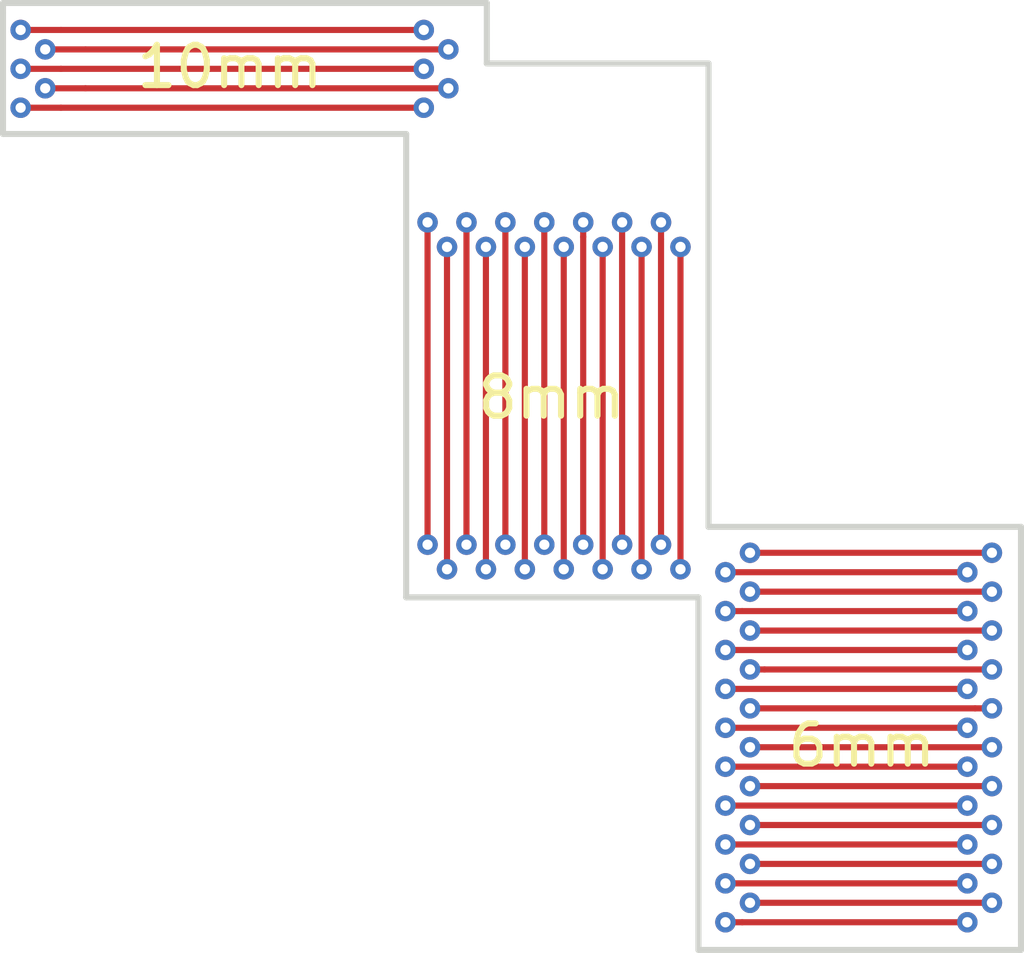
<source format=kicad_pcb>
(kicad_pcb (version 20171130) (host pcbnew "(5.1.0)-1")

  (general
    (thickness 1.6)
    (drawings 16)
    (tracks 50)
    (zones 0)
    (modules 6)
    (nets 40)
  )

  (page A4)
  (layers
    (0 F.Cu signal)
    (31 B.Cu signal)
    (32 B.Adhes user)
    (33 F.Adhes user)
    (34 B.Paste user)
    (35 F.Paste user)
    (36 B.SilkS user)
    (37 F.SilkS user)
    (38 B.Mask user)
    (39 F.Mask user)
    (40 Dwgs.User user)
    (41 Cmts.User user)
    (42 Eco1.User user)
    (43 Eco2.User user)
    (44 Edge.Cuts user)
    (45 Margin user)
    (46 B.CrtYd user hide)
    (47 F.CrtYd user hide)
    (48 B.Fab user hide)
    (49 F.Fab user hide)
  )

  (setup
    (last_trace_width 0.3048)
    (user_trace_width 0.1524)
    (user_trace_width 0.2032)
    (user_trace_width 0.254)
    (user_trace_width 0.3048)
    (user_trace_width 0.381)
    (trace_clearance 0.127)
    (zone_clearance 0.508)
    (zone_45_only no)
    (trace_min 0.1524)
    (via_size 0.508)
    (via_drill 0.254)
    (via_min_size 0.508)
    (via_min_drill 0.254)
    (uvia_size 0.3)
    (uvia_drill 0.1)
    (uvias_allowed no)
    (uvia_min_size 0.2)
    (uvia_min_drill 0.1)
    (edge_width 0.15)
    (segment_width 0.2)
    (pcb_text_width 0.3)
    (pcb_text_size 1.5 1.5)
    (mod_edge_width 0.15)
    (mod_text_size 1 1)
    (mod_text_width 0.15)
    (pad_size 1.524 1.524)
    (pad_drill 0.762)
    (pad_to_mask_clearance 0.051)
    (solder_mask_min_width 0.25)
    (aux_axis_origin 0 0)
    (visible_elements 7FFFFFFF)
    (pcbplotparams
      (layerselection 0x010fc_ffffffff)
      (usegerberextensions false)
      (usegerberattributes false)
      (usegerberadvancedattributes false)
      (creategerberjobfile false)
      (excludeedgelayer true)
      (linewidth 0.100000)
      (plotframeref false)
      (viasonmask false)
      (mode 1)
      (useauxorigin false)
      (hpglpennumber 1)
      (hpglpenspeed 20)
      (hpglpendiameter 15.000000)
      (psnegative false)
      (psa4output false)
      (plotreference true)
      (plotvalue true)
      (plotinvisibletext false)
      (padsonsilk false)
      (subtractmaskfromsilk false)
      (outputformat 1)
      (mirror false)
      (drillshape 1)
      (scaleselection 1)
      (outputdirectory ""))
  )

  (net 0 "")
  (net 1 "Net-(J1-Pad1)")
  (net 2 "Net-(J1-Pad2)")
  (net 3 "Net-(J1-Pad3)")
  (net 4 "Net-(J1-Pad4)")
  (net 5 "Net-(J1-Pad5)")
  (net 6 "Net-(J1-Pad6)")
  (net 7 "Net-(J1-Pad7)")
  (net 8 "Net-(J1-Pad8)")
  (net 9 "Net-(J1-Pad9)")
  (net 10 "Net-(J1-Pad10)")
  (net 11 "Net-(J1-Pad11)")
  (net 12 "Net-(J1-Pad12)")
  (net 13 "Net-(J1-Pad13)")
  (net 14 "Net-(J1-Pad14)")
  (net 15 "Net-(J1-Pad15)")
  (net 16 "Net-(J1-Pad16)")
  (net 17 "Net-(J1-Pad17)")
  (net 18 "Net-(J1-Pad18)")
  (net 19 "Net-(J1-Pad19)")
  (net 20 "Net-(J1-Pad20)")
  (net 21 "Net-(J3-Pad5)")
  (net 22 "Net-(J3-Pad3)")
  (net 23 "Net-(J3-Pad4)")
  (net 24 "Net-(J3-Pad1)")
  (net 25 "Net-(J3-Pad2)")
  (net 26 "Net-(J5-Pad14)")
  (net 27 "Net-(J5-Pad13)")
  (net 28 "Net-(J5-Pad12)")
  (net 29 "Net-(J5-Pad11)")
  (net 30 "Net-(J5-Pad10)")
  (net 31 "Net-(J5-Pad9)")
  (net 32 "Net-(J5-Pad8)")
  (net 33 "Net-(J5-Pad7)")
  (net 34 "Net-(J5-Pad6)")
  (net 35 "Net-(J5-Pad5)")
  (net 36 "Net-(J5-Pad4)")
  (net 37 "Net-(J5-Pad3)")
  (net 38 "Net-(J5-Pad2)")
  (net 39 "Net-(J5-Pad1)")

  (net_class Default "This is the default net class."
    (clearance 0.127)
    (trace_width 0.1524)
    (via_dia 0.508)
    (via_drill 0.254)
    (uvia_dia 0.3)
    (uvia_drill 0.1)
    (add_net "Net-(J1-Pad1)")
    (add_net "Net-(J1-Pad10)")
    (add_net "Net-(J1-Pad11)")
    (add_net "Net-(J1-Pad12)")
    (add_net "Net-(J1-Pad13)")
    (add_net "Net-(J1-Pad14)")
    (add_net "Net-(J1-Pad15)")
    (add_net "Net-(J1-Pad16)")
    (add_net "Net-(J1-Pad17)")
    (add_net "Net-(J1-Pad18)")
    (add_net "Net-(J1-Pad19)")
    (add_net "Net-(J1-Pad2)")
    (add_net "Net-(J1-Pad20)")
    (add_net "Net-(J1-Pad3)")
    (add_net "Net-(J1-Pad4)")
    (add_net "Net-(J1-Pad5)")
    (add_net "Net-(J1-Pad6)")
    (add_net "Net-(J1-Pad7)")
    (add_net "Net-(J1-Pad8)")
    (add_net "Net-(J1-Pad9)")
    (add_net "Net-(J3-Pad1)")
    (add_net "Net-(J3-Pad2)")
    (add_net "Net-(J3-Pad3)")
    (add_net "Net-(J3-Pad4)")
    (add_net "Net-(J3-Pad5)")
    (add_net "Net-(J5-Pad1)")
    (add_net "Net-(J5-Pad10)")
    (add_net "Net-(J5-Pad11)")
    (add_net "Net-(J5-Pad12)")
    (add_net "Net-(J5-Pad13)")
    (add_net "Net-(J5-Pad14)")
    (add_net "Net-(J5-Pad2)")
    (add_net "Net-(J5-Pad3)")
    (add_net "Net-(J5-Pad4)")
    (add_net "Net-(J5-Pad5)")
    (add_net "Net-(J5-Pad6)")
    (add_net "Net-(J5-Pad7)")
    (add_net "Net-(J5-Pad8)")
    (add_net "Net-(J5-Pad9)")
  )

  (module .Connector:B2B_Flex_14_Dual_Row_38milx24mil_Hole_10milx20mil (layer F.Cu) (tedit 5C2C5B2C) (tstamp 5CC273E4)
    (at 27.28038 28.193)
    (path /5CC82349)
    (fp_text reference J6 (at -0.0254 -1.6002) (layer F.SilkS) hide
      (effects (font (size 1 1) (thickness 0.15)))
    )
    (fp_text value Conn_01x14 (at 0.3556 3.048) (layer F.Fab)
      (effects (font (size 1 1) (thickness 0.15)))
    )
    (pad 14 thru_hole circle (at 6.273793 0.6096) (size 0.508 0.508) (drill 0.254) (layers *.Cu *.Mask)
      (net 26 "Net-(J5-Pad14)") (zone_connect 0))
    (pad 13 thru_hole circle (at 5.791194 0) (size 0.508 0.508) (drill 0.254) (layers *.Cu *.Mask)
      (net 27 "Net-(J5-Pad13)") (zone_connect 0))
    (pad 12 thru_hole circle (at 5.308594 0.6096) (size 0.508 0.508) (drill 0.254) (layers *.Cu *.Mask)
      (net 28 "Net-(J5-Pad12)") (zone_connect 0))
    (pad 11 thru_hole circle (at 4.825995 0) (size 0.508 0.508) (drill 0.254) (layers *.Cu *.Mask)
      (net 29 "Net-(J5-Pad11)") (zone_connect 0))
    (pad 10 thru_hole circle (at 4.343395 0.6096) (size 0.508 0.508) (drill 0.254) (layers *.Cu *.Mask)
      (net 30 "Net-(J5-Pad10)") (zone_connect 0))
    (pad 9 thru_hole circle (at 3.860796 0) (size 0.508 0.508) (drill 0.254) (layers *.Cu *.Mask)
      (net 31 "Net-(J5-Pad9)") (zone_connect 0))
    (pad 8 thru_hole circle (at 3.378196 0.6096) (size 0.508 0.508) (drill 0.254) (layers *.Cu *.Mask)
      (net 32 "Net-(J5-Pad8)") (zone_connect 0))
    (pad 7 thru_hole circle (at 2.895597 0) (size 0.508 0.508) (drill 0.254) (layers *.Cu *.Mask)
      (net 33 "Net-(J5-Pad7)") (zone_connect 0))
    (pad 6 thru_hole circle (at 2.412997 0.6096) (size 0.508 0.508) (drill 0.254) (layers *.Cu *.Mask)
      (net 34 "Net-(J5-Pad6)") (zone_connect 0))
    (pad 5 thru_hole circle (at 1.930398 0) (size 0.508 0.508) (drill 0.254) (layers *.Cu *.Mask)
      (net 35 "Net-(J5-Pad5)") (zone_connect 0))
    (pad 4 thru_hole circle (at 1.447798 0.6096) (size 0.508 0.508) (drill 0.254) (layers *.Cu *.Mask)
      (net 36 "Net-(J5-Pad4)") (zone_connect 0))
    (pad 3 thru_hole circle (at 0.965199 0) (size 0.508 0.508) (drill 0.254) (layers *.Cu *.Mask)
      (net 37 "Net-(J5-Pad3)") (zone_connect 0))
    (pad 2 thru_hole circle (at 0.482599 0.6096) (size 0.508 0.508) (drill 0.254) (layers *.Cu *.Mask)
      (net 38 "Net-(J5-Pad2)") (zone_connect 0))
    (pad 1 thru_hole circle (at 0 0) (size 0.508 0.508) (drill 0.254) (layers *.Cu *.Mask)
      (net 39 "Net-(J5-Pad1)") (zone_connect 0))
  )

  (module .Connector:B2B_Flex_14_Dual_Row_38milx24mil_Hole_10milx20mil locked (layer F.Cu) (tedit 5C2C5B2C) (tstamp 5CC273D2)
    (at 27.28038 20.193)
    (path /5CC847F7)
    (fp_text reference J5 (at -0.0254 -1.6002) (layer F.SilkS) hide
      (effects (font (size 1 1) (thickness 0.15)))
    )
    (fp_text value Conn_01x14 (at 0.3556 3.048) (layer F.Fab)
      (effects (font (size 1 1) (thickness 0.15)))
    )
    (pad 14 thru_hole circle (at 6.273793 0.6096) (size 0.508 0.508) (drill 0.254) (layers *.Cu *.Mask)
      (net 26 "Net-(J5-Pad14)") (zone_connect 0))
    (pad 13 thru_hole circle (at 5.791194 0) (size 0.508 0.508) (drill 0.254) (layers *.Cu *.Mask)
      (net 27 "Net-(J5-Pad13)") (zone_connect 0))
    (pad 12 thru_hole circle (at 5.308594 0.6096) (size 0.508 0.508) (drill 0.254) (layers *.Cu *.Mask)
      (net 28 "Net-(J5-Pad12)") (zone_connect 0))
    (pad 11 thru_hole circle (at 4.825995 0) (size 0.508 0.508) (drill 0.254) (layers *.Cu *.Mask)
      (net 29 "Net-(J5-Pad11)") (zone_connect 0))
    (pad 10 thru_hole circle (at 4.343395 0.6096) (size 0.508 0.508) (drill 0.254) (layers *.Cu *.Mask)
      (net 30 "Net-(J5-Pad10)") (zone_connect 0))
    (pad 9 thru_hole circle (at 3.860796 0) (size 0.508 0.508) (drill 0.254) (layers *.Cu *.Mask)
      (net 31 "Net-(J5-Pad9)") (zone_connect 0))
    (pad 8 thru_hole circle (at 3.378196 0.6096) (size 0.508 0.508) (drill 0.254) (layers *.Cu *.Mask)
      (net 32 "Net-(J5-Pad8)") (zone_connect 0))
    (pad 7 thru_hole circle (at 2.895597 0) (size 0.508 0.508) (drill 0.254) (layers *.Cu *.Mask)
      (net 33 "Net-(J5-Pad7)") (zone_connect 0))
    (pad 6 thru_hole circle (at 2.412997 0.6096) (size 0.508 0.508) (drill 0.254) (layers *.Cu *.Mask)
      (net 34 "Net-(J5-Pad6)") (zone_connect 0))
    (pad 5 thru_hole circle (at 1.930398 0) (size 0.508 0.508) (drill 0.254) (layers *.Cu *.Mask)
      (net 35 "Net-(J5-Pad5)") (zone_connect 0))
    (pad 4 thru_hole circle (at 1.447798 0.6096) (size 0.508 0.508) (drill 0.254) (layers *.Cu *.Mask)
      (net 36 "Net-(J5-Pad4)") (zone_connect 0))
    (pad 3 thru_hole circle (at 0.965199 0) (size 0.508 0.508) (drill 0.254) (layers *.Cu *.Mask)
      (net 37 "Net-(J5-Pad3)") (zone_connect 0))
    (pad 2 thru_hole circle (at 0.482599 0.6096) (size 0.508 0.508) (drill 0.254) (layers *.Cu *.Mask)
      (net 38 "Net-(J5-Pad2)") (zone_connect 0))
    (pad 1 thru_hole circle (at 0 0) (size 0.508 0.508) (drill 0.254) (layers *.Cu *.Mask)
      (net 39 "Net-(J5-Pad1)") (zone_connect 0))
  )

  (module .Connector:B2B_Flex_05_Dual_Row_38milx24mil_Hole_20mil (layer F.Cu) (tedit 5CC220E5) (tstamp 5CC273C0)
    (at 17.2118 17.3736 90)
    (path /5CC945E9)
    (fp_text reference J4 (at -0.0254 -1.6002 90) (layer F.SilkS) hide
      (effects (font (size 1 1) (thickness 0.15)))
    )
    (fp_text value Conn_01x05 (at 0.3556 3.048 90) (layer F.Fab)
      (effects (font (size 1 1) (thickness 0.15)))
    )
    (pad 5 thru_hole circle (at 1.955398 -0.025 90) (size 0.508 0.508) (drill 0.254) (layers *.Cu *.Mask)
      (net 21 "Net-(J3-Pad5)") (zone_connect 0))
    (pad 3 thru_hole circle (at 0.990199 -0.025 90) (size 0.508 0.508) (drill 0.254) (layers *.Cu *.Mask)
      (net 22 "Net-(J3-Pad3)") (zone_connect 0))
    (pad 4 thru_hole circle (at 1.472798 0.5846 90) (size 0.508 0.508) (drill 0.254) (layers *.Cu *.Mask)
      (net 23 "Net-(J3-Pad4)") (zone_connect 0))
    (pad 1 thru_hole circle (at 0.025 -0.025 90) (size 0.508 0.508) (drill 0.254) (layers *.Cu *.Mask)
      (net 24 "Net-(J3-Pad1)") (zone_connect 0))
    (pad 2 thru_hole circle (at 0.507599 0.5846 90) (size 0.508 0.508) (drill 0.254) (layers *.Cu *.Mask)
      (net 25 "Net-(J3-Pad2)") (zone_connect 0))
  )

  (module .Connector:B2B_Flex_05_Dual_Row_38milx24mil_Hole_20mil locked (layer F.Cu) (tedit 5CC220E5) (tstamp 5CC273B7)
    (at 27.2118 17.3736 90)
    (path /5CC950E2)
    (fp_text reference J3 (at -0.0254 -1.6002 90) (layer F.SilkS) hide
      (effects (font (size 1 1) (thickness 0.15)))
    )
    (fp_text value Conn_01x05 (at 0.3556 3.048 90) (layer F.Fab)
      (effects (font (size 1 1) (thickness 0.15)))
    )
    (pad 5 thru_hole circle (at 1.955398 -0.025 90) (size 0.508 0.508) (drill 0.254) (layers *.Cu *.Mask)
      (net 21 "Net-(J3-Pad5)") (zone_connect 0))
    (pad 3 thru_hole circle (at 0.990199 -0.025 90) (size 0.508 0.508) (drill 0.254) (layers *.Cu *.Mask)
      (net 22 "Net-(J3-Pad3)") (zone_connect 0))
    (pad 4 thru_hole circle (at 1.472798 0.5846 90) (size 0.508 0.508) (drill 0.254) (layers *.Cu *.Mask)
      (net 23 "Net-(J3-Pad4)") (zone_connect 0))
    (pad 1 thru_hole circle (at 0.025 -0.025 90) (size 0.508 0.508) (drill 0.254) (layers *.Cu *.Mask)
      (net 24 "Net-(J3-Pad1)") (zone_connect 0))
    (pad 2 thru_hole circle (at 0.507599 0.5846 90) (size 0.508 0.508) (drill 0.254) (layers *.Cu *.Mask)
      (net 25 "Net-(J3-Pad2)") (zone_connect 0))
  )

  (module .Connector:B2B_Flex_20_Dual_Row_38milx24mil_Hole_10milx20mil (layer F.Cu) (tedit 5C2FE264) (tstamp 5C30D1DB)
    (at 35.27884 28.39366 270)
    (path /5C4237CC)
    (fp_text reference J2 (at -0.0254 -1.6002 270) (layer F.SilkS) hide
      (effects (font (size 1 1) (thickness 0.15)))
    )
    (fp_text value Conn_01x20 (at 0.3556 3.048 270) (layer F.Fab)
      (effects (font (size 1 1) (thickness 0.15)))
    )
    (pad 20 thru_hole circle (at 9.16939 0.6096 270) (size 0.508 0.508) (drill 0.254) (layers *.Cu *.Mask)
      (net 20 "Net-(J1-Pad20)") (zone_connect 0))
    (pad 19 thru_hole circle (at 8.686791 0 270) (size 0.508 0.508) (drill 0.254) (layers *.Cu *.Mask)
      (net 19 "Net-(J1-Pad19)") (zone_connect 0))
    (pad 18 thru_hole circle (at 8.204191 0.6096 270) (size 0.508 0.508) (drill 0.254) (layers *.Cu *.Mask)
      (net 18 "Net-(J1-Pad18)") (zone_connect 0))
    (pad 17 thru_hole circle (at 7.721592 0 270) (size 0.508 0.508) (drill 0.254) (layers *.Cu *.Mask)
      (net 17 "Net-(J1-Pad17)") (zone_connect 0))
    (pad 16 thru_hole circle (at 7.238992 0.6096 270) (size 0.508 0.508) (drill 0.254) (layers *.Cu *.Mask)
      (net 16 "Net-(J1-Pad16)") (zone_connect 0))
    (pad 15 thru_hole circle (at 6.756393 0 270) (size 0.508 0.508) (drill 0.254) (layers *.Cu *.Mask)
      (net 15 "Net-(J1-Pad15)") (zone_connect 0))
    (pad 14 thru_hole circle (at 6.273793 0.6096 270) (size 0.508 0.508) (drill 0.254) (layers *.Cu *.Mask)
      (net 14 "Net-(J1-Pad14)") (zone_connect 0))
    (pad 13 thru_hole circle (at 5.791194 0 270) (size 0.508 0.508) (drill 0.254) (layers *.Cu *.Mask)
      (net 13 "Net-(J1-Pad13)") (zone_connect 0))
    (pad 12 thru_hole circle (at 5.308594 0.6096 270) (size 0.508 0.508) (drill 0.254) (layers *.Cu *.Mask)
      (net 12 "Net-(J1-Pad12)") (zone_connect 0))
    (pad 11 thru_hole circle (at 4.825995 0 270) (size 0.508 0.508) (drill 0.254) (layers *.Cu *.Mask)
      (net 11 "Net-(J1-Pad11)") (zone_connect 0))
    (pad 10 thru_hole circle (at 4.343395 0.6096 270) (size 0.508 0.508) (drill 0.254) (layers *.Cu *.Mask)
      (net 10 "Net-(J1-Pad10)") (zone_connect 0))
    (pad 9 thru_hole circle (at 3.860796 0 270) (size 0.508 0.508) (drill 0.254) (layers *.Cu *.Mask)
      (net 9 "Net-(J1-Pad9)") (zone_connect 0))
    (pad 8 thru_hole circle (at 3.378196 0.6096 270) (size 0.508 0.508) (drill 0.254) (layers *.Cu *.Mask)
      (net 8 "Net-(J1-Pad8)") (zone_connect 0))
    (pad 7 thru_hole circle (at 2.895597 0 270) (size 0.508 0.508) (drill 0.254) (layers *.Cu *.Mask)
      (net 7 "Net-(J1-Pad7)") (zone_connect 0))
    (pad 6 thru_hole circle (at 2.412997 0.6096 270) (size 0.508 0.508) (drill 0.254) (layers *.Cu *.Mask)
      (net 6 "Net-(J1-Pad6)") (zone_connect 0))
    (pad 5 thru_hole circle (at 1.930398 0 270) (size 0.508 0.508) (drill 0.254) (layers *.Cu *.Mask)
      (net 5 "Net-(J1-Pad5)") (zone_connect 0))
    (pad 4 thru_hole circle (at 1.447798 0.6096 270) (size 0.508 0.508) (drill 0.254) (layers *.Cu *.Mask)
      (net 4 "Net-(J1-Pad4)") (zone_connect 0))
    (pad 3 thru_hole circle (at 0.965199 0 270) (size 0.508 0.508) (drill 0.254) (layers *.Cu *.Mask)
      (net 3 "Net-(J1-Pad3)") (zone_connect 0))
    (pad 2 thru_hole circle (at 0.482599 0.6096 270) (size 0.508 0.508) (drill 0.254) (layers *.Cu *.Mask)
      (net 2 "Net-(J1-Pad2)") (zone_connect 0))
    (pad 1 thru_hole circle (at 0 0 270) (size 0.508 0.508) (drill 0.254) (layers *.Cu *.Mask)
      (net 1 "Net-(J1-Pad1)") (zone_connect 0))
  )

  (module .Connector:B2B_Flex_20_Dual_Row_38milx24mil_Hole_10milx20mil (layer F.Cu) (tedit 5C2FE260) (tstamp 5C30D1C3)
    (at 41.27884 28.39366 270)
    (path /5C423782)
    (fp_text reference J1 (at -1.44281 -0.4312) (layer F.SilkS) hide
      (effects (font (size 1 1) (thickness 0.15)))
    )
    (fp_text value Conn_01x20 (at 0.3556 3.048 270) (layer F.Fab)
      (effects (font (size 1 1) (thickness 0.15)))
    )
    (pad 1 thru_hole circle (at 0 0 270) (size 0.508 0.508) (drill 0.254) (layers *.Cu *.Mask)
      (net 1 "Net-(J1-Pad1)") (zone_connect 0))
    (pad 2 thru_hole circle (at 0.482599 0.6096 270) (size 0.508 0.508) (drill 0.254) (layers *.Cu *.Mask)
      (net 2 "Net-(J1-Pad2)") (zone_connect 0))
    (pad 3 thru_hole circle (at 0.965199 0 270) (size 0.508 0.508) (drill 0.254) (layers *.Cu *.Mask)
      (net 3 "Net-(J1-Pad3)") (zone_connect 0))
    (pad 4 thru_hole circle (at 1.447798 0.6096 270) (size 0.508 0.508) (drill 0.254) (layers *.Cu *.Mask)
      (net 4 "Net-(J1-Pad4)") (zone_connect 0))
    (pad 5 thru_hole circle (at 1.930398 0 270) (size 0.508 0.508) (drill 0.254) (layers *.Cu *.Mask)
      (net 5 "Net-(J1-Pad5)") (zone_connect 0))
    (pad 6 thru_hole circle (at 2.412997 0.6096 270) (size 0.508 0.508) (drill 0.254) (layers *.Cu *.Mask)
      (net 6 "Net-(J1-Pad6)") (zone_connect 0))
    (pad 7 thru_hole circle (at 2.895597 0 270) (size 0.508 0.508) (drill 0.254) (layers *.Cu *.Mask)
      (net 7 "Net-(J1-Pad7)") (zone_connect 0))
    (pad 8 thru_hole circle (at 3.378196 0.6096 270) (size 0.508 0.508) (drill 0.254) (layers *.Cu *.Mask)
      (net 8 "Net-(J1-Pad8)") (zone_connect 0))
    (pad 9 thru_hole circle (at 3.860796 0 270) (size 0.508 0.508) (drill 0.254) (layers *.Cu *.Mask)
      (net 9 "Net-(J1-Pad9)") (zone_connect 0))
    (pad 10 thru_hole circle (at 4.343395 0.6096 270) (size 0.508 0.508) (drill 0.254) (layers *.Cu *.Mask)
      (net 10 "Net-(J1-Pad10)") (zone_connect 0))
    (pad 11 thru_hole circle (at 4.825995 0 270) (size 0.508 0.508) (drill 0.254) (layers *.Cu *.Mask)
      (net 11 "Net-(J1-Pad11)") (zone_connect 0))
    (pad 12 thru_hole circle (at 5.308594 0.6096 270) (size 0.508 0.508) (drill 0.254) (layers *.Cu *.Mask)
      (net 12 "Net-(J1-Pad12)") (zone_connect 0))
    (pad 13 thru_hole circle (at 5.791194 0 270) (size 0.508 0.508) (drill 0.254) (layers *.Cu *.Mask)
      (net 13 "Net-(J1-Pad13)") (zone_connect 0))
    (pad 14 thru_hole circle (at 6.273793 0.6096 270) (size 0.508 0.508) (drill 0.254) (layers *.Cu *.Mask)
      (net 14 "Net-(J1-Pad14)") (zone_connect 0))
    (pad 15 thru_hole circle (at 6.756393 0 270) (size 0.508 0.508) (drill 0.254) (layers *.Cu *.Mask)
      (net 15 "Net-(J1-Pad15)") (zone_connect 0))
    (pad 16 thru_hole circle (at 7.238992 0.6096 270) (size 0.508 0.508) (drill 0.254) (layers *.Cu *.Mask)
      (net 16 "Net-(J1-Pad16)") (zone_connect 0))
    (pad 17 thru_hole circle (at 7.721592 0 270) (size 0.508 0.508) (drill 0.254) (layers *.Cu *.Mask)
      (net 17 "Net-(J1-Pad17)") (zone_connect 0))
    (pad 18 thru_hole circle (at 8.204191 0.6096 270) (size 0.508 0.508) (drill 0.254) (layers *.Cu *.Mask)
      (net 18 "Net-(J1-Pad18)") (zone_connect 0))
    (pad 19 thru_hole circle (at 8.686791 0 270) (size 0.508 0.508) (drill 0.254) (layers *.Cu *.Mask)
      (net 19 "Net-(J1-Pad19)") (zone_connect 0))
    (pad 20 thru_hole circle (at 9.16939 0.6096 270) (size 0.508 0.508) (drill 0.254) (layers *.Cu *.Mask)
      (net 20 "Net-(J1-Pad20)") (zone_connect 0))
  )

  (gr_line (start 16.75 14.75) (end 16.75 15) (layer Edge.Cuts) (width 0.15) (tstamp 5CC24E09))
  (gr_line (start 28.75 14.75) (end 16.75 14.75) (layer Edge.Cuts) (width 0.15))
  (gr_line (start 28.75 16.25) (end 28.75 14.75) (layer Edge.Cuts) (width 0.15))
  (gr_line (start 34.25 16.25) (end 28.75 16.25) (layer Edge.Cuts) (width 0.15))
  (gr_line (start 34.25 27.75) (end 34.25 16.25) (layer Edge.Cuts) (width 0.15))
  (gr_line (start 42 27.75) (end 34.25 27.75) (layer Edge.Cuts) (width 0.15))
  (gr_line (start 42 38.25) (end 42 27.75) (layer Edge.Cuts) (width 0.15))
  (gr_line (start 34 38.25) (end 42 38.25) (layer Edge.Cuts) (width 0.15))
  (gr_line (start 34 29.5) (end 34 38.25) (layer Edge.Cuts) (width 0.15))
  (gr_line (start 26.75 29.5) (end 34 29.5) (layer Edge.Cuts) (width 0.15))
  (gr_line (start 26.75 18) (end 26.75 29.5) (layer Edge.Cuts) (width 0.15))
  (gr_line (start 16.75 18) (end 26.75 18) (layer Edge.Cuts) (width 0.15))
  (gr_line (start 16.75 15) (end 16.75 18) (layer Edge.Cuts) (width 0.15))
  (gr_text 6mm (at 38.0492 33.1724) (layer F.SilkS)
    (effects (font (size 1 1) (thickness 0.15)))
  )
  (gr_text 8mm (at 30.353 24.5364) (layer F.SilkS)
    (effects (font (size 1 1) (thickness 0.15)))
  )
  (gr_text 10mm (at 22.3774 16.3322) (layer F.SilkS)
    (effects (font (size 1 1) (thickness 0.15)))
  )

  (segment (start 35.27884 28.39366) (end 41.27884 28.39366) (width 0.1524) (layer F.Cu) (net 1))
  (segment (start 40.66924 28.876259) (end 34.66924 28.876259) (width 0.1524) (layer F.Cu) (net 2))
  (segment (start 35.27884 29.358859) (end 41.27884 29.358859) (width 0.1524) (layer F.Cu) (net 3))
  (segment (start 35.084782 29.841458) (end 34.66924 29.841458) (width 0.1524) (layer F.Cu) (net 4))
  (segment (start 40.66924 29.841458) (end 35.084782 29.841458) (width 0.1524) (layer F.Cu) (net 4))
  (segment (start 35.27884 30.324058) (end 41.27884 30.324058) (width 0.1524) (layer F.Cu) (net 5))
  (segment (start 40.66924 30.806657) (end 34.66924 30.806657) (width 0.1524) (layer F.Cu) (net 6))
  (segment (start 35.63805 31.289257) (end 41.27884 31.289257) (width 0.1524) (layer F.Cu) (net 7))
  (segment (start 35.27884 31.289257) (end 35.63805 31.289257) (width 0.1524) (layer F.Cu) (net 7))
  (segment (start 40.66924 31.771856) (end 34.66924 31.771856) (width 0.1524) (layer F.Cu) (net 8))
  (segment (start 40.863299 32.254456) (end 41.27884 32.254456) (width 0.1524) (layer F.Cu) (net 9))
  (segment (start 35.27884 32.254456) (end 40.863299 32.254456) (width 0.1524) (layer F.Cu) (net 9))
  (segment (start 40.66924 32.737055) (end 34.66924 32.737055) (width 0.1524) (layer F.Cu) (net 10))
  (segment (start 35.27884 33.219655) (end 41.27884 33.219655) (width 0.1524) (layer F.Cu) (net 11))
  (segment (start 40.66924 33.702254) (end 34.66924 33.702254) (width 0.1524) (layer F.Cu) (net 12))
  (segment (start 35.27884 34.184854) (end 41.27884 34.184854) (width 0.1524) (layer F.Cu) (net 13))
  (segment (start 40.66924 34.667453) (end 34.66924 34.667453) (width 0.1524) (layer F.Cu) (net 14))
  (segment (start 35.27884 35.150053) (end 41.27884 35.150053) (width 0.1524) (layer F.Cu) (net 15))
  (segment (start 40.66924 35.632652) (end 34.66924 35.632652) (width 0.1524) (layer F.Cu) (net 16))
  (segment (start 35.27884 36.115252) (end 41.27884 36.115252) (width 0.1524) (layer F.Cu) (net 17))
  (segment (start 40.66924 36.597851) (end 34.66924 36.597851) (width 0.1524) (layer F.Cu) (net 18))
  (segment (start 35.27884 37.080451) (end 41.27884 37.080451) (width 0.1524) (layer F.Cu) (net 19))
  (segment (start 35.084781 37.56305) (end 34.66924 37.56305) (width 0.1524) (layer F.Cu) (net 20))
  (segment (start 40.66924 37.56305) (end 35.084781 37.56305) (width 0.1524) (layer F.Cu) (net 20))
  (segment (start 18.1868 15.418202) (end 17.1868 15.418202) (width 0.1524) (layer F.Cu) (net 21))
  (segment (start 27.1868 15.418202) (end 18.1868 15.418202) (width 0.1524) (layer F.Cu) (net 21))
  (segment (start 18.1868 16.383401) (end 27.1868 16.383401) (width 0.1524) (layer F.Cu) (net 22))
  (segment (start 18.1868 16.383401) (end 17.1868 16.383401) (width 0.1524) (layer F.Cu) (net 22))
  (segment (start 27.7964 15.900802) (end 18.7964 15.900802) (width 0.1524) (layer F.Cu) (net 23))
  (segment (start 18.7964 15.900802) (end 17.7964 15.900802) (width 0.1524) (layer F.Cu) (net 23))
  (segment (start 18.1868 17.3486) (end 27.1868 17.3486) (width 0.1524) (layer F.Cu) (net 24))
  (segment (start 18.1868 17.3486) (end 17.1868 17.3486) (width 0.1524) (layer F.Cu) (net 24))
  (segment (start 27.7964 16.866001) (end 18.7964 16.866001) (width 0.1524) (layer F.Cu) (net 25))
  (segment (start 18.7964 16.866001) (end 17.7964 16.866001) (width 0.1524) (layer F.Cu) (net 25))
  (segment (start 33.554173 20.8026) (end 33.554173 28.8026) (width 0.1524) (layer F.Cu) (net 26))
  (segment (start 33.071574 20.608541) (end 33.071574 20.193) (width 0.1524) (layer F.Cu) (net 27))
  (segment (start 33.071574 28.193) (end 33.071574 20.608541) (width 0.1524) (layer F.Cu) (net 27))
  (segment (start 32.588974 20.8026) (end 32.588974 28.8026) (width 0.1524) (layer F.Cu) (net 28))
  (segment (start 32.106375 28.193) (end 32.106375 20.193) (width 0.1524) (layer F.Cu) (net 29))
  (segment (start 31.623775 20.8026) (end 31.623775 28.8026) (width 0.1524) (layer F.Cu) (net 30))
  (segment (start 31.141176 20.55221) (end 31.141176 28.193) (width 0.1524) (layer F.Cu) (net 31))
  (segment (start 31.141176 20.193) (end 31.141176 20.55221) (width 0.1524) (layer F.Cu) (net 31))
  (segment (start 30.658576 28.8026) (end 30.658576 20.8026) (width 0.1524) (layer F.Cu) (net 32))
  (segment (start 30.175977 20.193) (end 30.175977 28.193) (width 0.1524) (layer F.Cu) (net 33))
  (segment (start 29.693377 28.8026) (end 29.693377 20.8026) (width 0.1524) (layer F.Cu) (net 34))
  (segment (start 29.210778 20.193) (end 29.210778 28.193) (width 0.1524) (layer F.Cu) (net 35))
  (segment (start 28.728178 28.8026) (end 28.728178 20.8026) (width 0.1524) (layer F.Cu) (net 36))
  (segment (start 28.245579 20.193) (end 28.245579 28.193) (width 0.1524) (layer F.Cu) (net 37))
  (segment (start 27.762979 28.8026) (end 27.762979 20.8026) (width 0.1524) (layer F.Cu) (net 38))
  (segment (start 27.28038 20.193) (end 27.28038 28.193) (width 0.1524) (layer F.Cu) (net 39))

)

</source>
